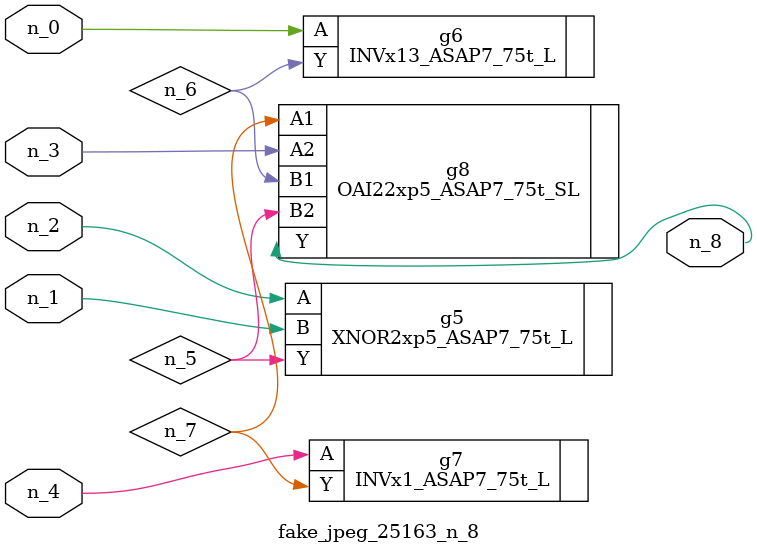
<source format=v>
module fake_jpeg_25163_n_8 (n_3, n_2, n_1, n_0, n_4, n_8);

input n_3;
input n_2;
input n_1;
input n_0;
input n_4;

output n_8;

wire n_6;
wire n_5;
wire n_7;

XNOR2xp5_ASAP7_75t_L g5 ( 
.A(n_2),
.B(n_1),
.Y(n_5)
);

INVx13_ASAP7_75t_L g6 ( 
.A(n_0),
.Y(n_6)
);

INVx1_ASAP7_75t_L g7 ( 
.A(n_4),
.Y(n_7)
);

OAI22xp5_ASAP7_75t_SL g8 ( 
.A1(n_7),
.A2(n_3),
.B1(n_6),
.B2(n_5),
.Y(n_8)
);


endmodule
</source>
